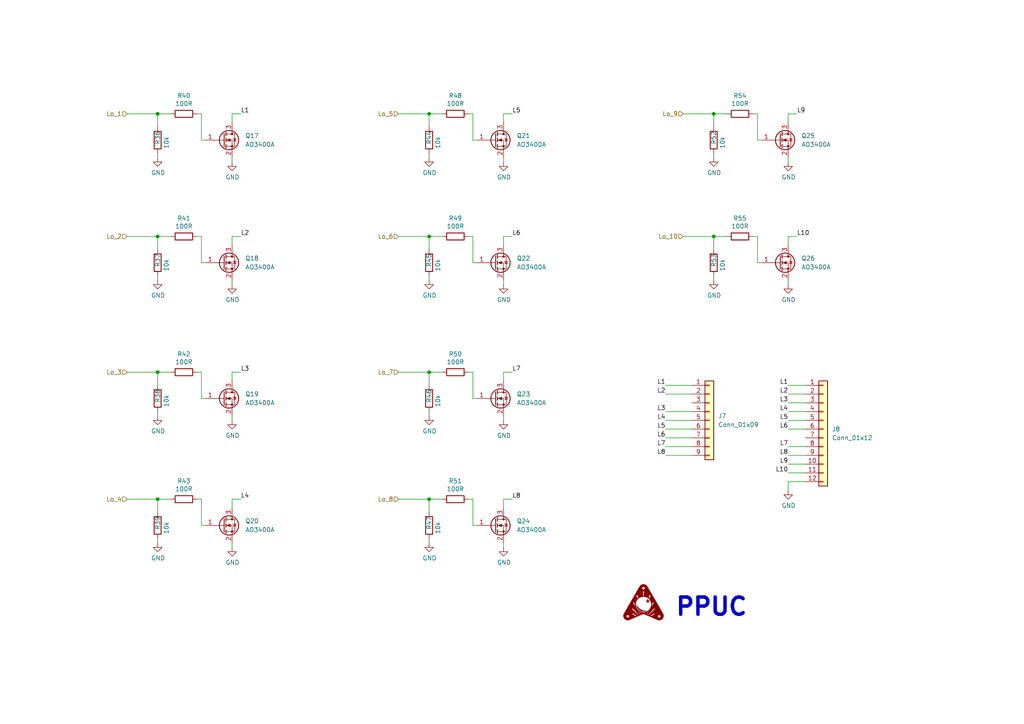
<source format=kicad_sch>
(kicad_sch (version 20211123) (generator eeschema)
  (paper "A4")
  (title_block (title "Low Side Switches") (date "2023-10-08") (rev "00.10"))
  (lib_symbols
    (symbol "Connector_Generic:Conn_01x09" (pin_names (offset 1.016) hide)
      (property "Reference" "J" (at 0 12.7 0))
      (property "Value" "Conn_01x09" (at 0 -12.7 0))
      (symbol "Conn_01x09_1_1"
        (rectangle (start -1.27 -10.033) (end 0 -10.287) (stroke (width 0.1524)))
        (rectangle (start -1.27 -7.493) (end 0 -7.747) (stroke (width 0.1524)))
        (rectangle (start -1.27 -4.953) (end 0 -5.207) (stroke (width 0.1524)))
        (rectangle (start -1.27 -2.413) (end 0 -2.667) (stroke (width 0.1524)))
        (rectangle (start -1.27 0.127) (end 0 -0.127) (stroke (width 0.1524)))
        (rectangle (start -1.27 2.667) (end 0 2.413) (stroke (width 0.1524)))
        (rectangle (start -1.27 5.207) (end 0 4.953) (stroke (width 0.1524)))
        (rectangle (start -1.27 7.747) (end 0 7.493) (stroke (width 0.1524)))
        (rectangle (start -1.27 10.287) (end 0 10.033) (stroke (width 0.1524)))
        (rectangle (start -1.27 11.43) (end 1.27 -11.43) (stroke (width 0.254)) (fill (type background)))
        (pin passive line (at -5.08 10.16 0) (length 3.81) (name "Pin_1") (number "1"))
        (pin passive line (at -5.08 7.62 0) (length 3.81) (name "Pin_2") (number "2"))
        (pin passive line (at -5.08 5.08 0) (length 3.81) (name "Pin_3") (number "3"))
        (pin passive line (at -5.08 2.54 0) (length 3.81) (name "Pin_4") (number "4"))
        (pin passive line (at -5.08 0 0) (length 3.81) (name "Pin_5") (number "5"))
        (pin passive line (at -5.08 -2.54 0) (length 3.81) (name "Pin_6") (number "6"))
        (pin passive line (at -5.08 -5.08 0) (length 3.81) (name "Pin_7") (number "7"))
        (pin passive line (at -5.08 -7.62 0) (length 3.81) (name "Pin_8") (number "8"))
        (pin passive line (at -5.08 -10.16 0) (length 3.81) (name "Pin_9") (number "9"))
      )
    )
    (symbol "Connector_Generic:Conn_01x12" (pin_names (offset 1.016) hide)
      (property "Reference" "J" (at 0 15.24 0))
      (property "Value" "Conn_01x12" (at 0 -17.78 0))
      (symbol "Conn_01x12_1_1"
        (rectangle (start -1.27 -15.113) (end 0 -15.367) (stroke (width 0.1524)))
        (rectangle (start -1.27 -12.573) (end 0 -12.827) (stroke (width 0.1524)))
        (rectangle (start -1.27 -10.033) (end 0 -10.287) (stroke (width 0.1524)))
        (rectangle (start -1.27 -7.493) (end 0 -7.747) (stroke (width 0.1524)))
        (rectangle (start -1.27 -4.953) (end 0 -5.207) (stroke (width 0.1524)))
        (rectangle (start -1.27 -2.413) (end 0 -2.667) (stroke (width 0.1524)))
        (rectangle (start -1.27 0.127) (end 0 -0.127) (stroke (width 0.1524)))
        (rectangle (start -1.27 2.667) (end 0 2.413) (stroke (width 0.1524)))
        (rectangle (start -1.27 5.207) (end 0 4.953) (stroke (width 0.1524)))
        (rectangle (start -1.27 7.747) (end 0 7.493) (stroke (width 0.1524)))
        (rectangle (start -1.27 10.287) (end 0 10.033) (stroke (width 0.1524)))
        (rectangle (start -1.27 12.827) (end 0 12.573) (stroke (width 0.1524)))
        (rectangle (start -1.27 13.97) (end 1.27 -16.51) (stroke (width 0.254)) (fill (type background)))
        (pin passive line (at -5.08 12.7 0) (length 3.81) (name "Pin_1") (number "1"))
        (pin passive line (at -5.08 -10.16 0) (length 3.81) (name "Pin_10") (number "10"))
        (pin passive line (at -5.08 -12.7 0) (length 3.81) (name "Pin_11") (number "11"))
        (pin passive line (at -5.08 -15.24 0) (length 3.81) (name "Pin_12") (number "12"))
        (pin passive line (at -5.08 10.16 0) (length 3.81) (name "Pin_2") (number "2"))
        (pin passive line (at -5.08 7.62 0) (length 3.81) (name "Pin_3") (number "3"))
        (pin passive line (at -5.08 5.08 0) (length 3.81) (name "Pin_4") (number "4"))
        (pin passive line (at -5.08 2.54 0) (length 3.81) (name "Pin_5") (number "5"))
        (pin passive line (at -5.08 0 0) (length 3.81) (name "Pin_6") (number "6"))
        (pin passive line (at -5.08 -2.54 0) (length 3.81) (name "Pin_7") (number "7"))
        (pin passive line (at -5.08 -5.08 0) (length 3.81) (name "Pin_8") (number "8"))
        (pin passive line (at -5.08 -7.62 0) (length 3.81) (name "Pin_9") (number "9"))
      )
    )
    (symbol "Device:R" (pin_numbers hide) (pin_names (offset 0))
      (property "Reference" "R" (at 2.032 0 90))
      (property "Value" "R" (at 0 0 90))
      (symbol "R_0_1"
        (rectangle (start -1.016 -2.54) (end 1.016 2.54) (stroke (width 0.254)))
      )
      (symbol "R_1_1"
        (pin passive line (at 0 3.81 270) (length 1.27) (name "~") (number "1"))
        (pin passive line (at 0 -3.81 90) (length 1.27) (name "~") (number "2"))
      )
    )
    (symbol "PPUC_LOGO_LIB:LOGO" (pin_names (offset 1.016))
      (symbol "LOGO_0_0"
        (polyline (pts (xy 1.3461 0.5723) (xy 1.401 0.7319) (xy 1.5604 0.9187) (xy 1.7415 1.0689) (xy 1.5906 1.0703) (xy 1.4626 1.0839) (xy 1.2757 1.1732) (xy 1.1226 1.3565) (xy 1.0185 1.5273) (xy 1.0183 1.3201) (xy 1.0052 1.1853) (xy 0.9467 1.0647) (xy 0.8201 0.9316) (xy 0.6221 0.7503) (xy 0.8008 0.7503) (xy 0.8737 0.7451) (xy 1.0075 0.6918) (xy 1.1462 0.5632) (xy 1.3128 0.3761) (xy 1.3461 0.5723)) (stroke (width 0.01)) (fill (type outline)))
        (polyline (pts (xy 0.1988 -2.0744) (xy 0.5626 -2.0132) (xy 0.8306 -1.9387) (xy 0.5626 -1.9329) (xy 0.4034 -1.9255) (xy -0.1437 -1.8346) (xy -0.6511 -1.6461) (xy -1.1124 -1.3635) (xy -1.5212 -0.9906) (xy -1.8709 -0.5311) (xy -1.984 -0.3573) (xy -2.0545 -0.2659) (xy -2.0804 -0.2689) (xy -2.0663 -0.3675) (xy -2.0172 -0.5626) (xy -1.9531 -0.7694) (xy -1.7523 -1.1905) (xy -1.478 -1.5343) (xy -1.1315 -1.7993) (xy -0.7139 -1.9844) (xy -0.5869 -2.0195) (xy -0.2016 -2.0761) (xy 0.1988 -2.0744)) (stroke (width 0.01)) (fill (type outline)))
        (polyline (pts (xy -4.5517 -4.6263) (xy -4.4448 -4.6087) (xy -4.3144 -4.5748) (xy -4.1524 -4.5216) (xy -3.9504 -4.4461) (xy -3.7002 -4.3452) (xy -3.3934 -4.216) (xy -3.0218 -4.0554) (xy -2.5771 -3.8605) (xy -2.0509 -3.6282) (xy -1.435 -3.3556) (xy -1.2826 -3.2884) (xy -0.8872 -3.1181) (xy -0.5757 -2.9915) (xy -0.3394 -2.9052) (xy -0.1694 -2.8558) (xy -0.0568 -2.84) (xy -0.0245 -2.8416) (xy 0.131 -2.8733) (xy 0.3579 -2.9476) (xy 0.3988 -2.9636) (xy 0.839 -2.9636) (xy 0.8472 -2.8886) (xy 0.9027 -2.7535) (xy 0.9916 -2.5822) (xy 1.0998 -2.3987) (xy 1.2134 -2.2268) (xy 1.3183 -2.0905) (xy 1.4005 -2.0137) (xy 1.4168 -2.0042) (xy 1.5142 -1.9565) (xy 1.554 -1.9532) (xy 1.5352 -1.9949) (xy 1.471 -2.1124) (xy 1.372 -2.2847) (xy 1.2494 -2.4921) (xy 1.1911 -2.5891) (xy 1.067 -2.7902) (xy 0.9809 -2.9159) (xy 0.922 -2.9787) (xy 0.8793 -2.9916) (xy 0.8417 -2.9673) (xy 0.839 -2.9636) (xy 0.3988 -2.9636) (xy 0.6639 -3.0673) (xy 0.7882 -3.1204) (xy 1.3552 -3.1204) (xy 1.3684 -3.0819) (xy 1.4092 -3.0182) (xy 1.4848 -2.9199) (xy 1.6022 -2.7776) (xy 1.7681 -2.5821) (xy 1.9898 -2.3238) (xy 2.2741 -1.9934) (xy 2.3543 -1.9006) (xy 2.5716 -1.6532) (xy 2.7639 -1.4401) (xy 2.9202 -1.2731) (xy 3.0295 -1.1642) (xy 3.0806 -1.1253) (xy 3.1358 -1.1406) (xy 3.2268 -1.2163) (xy 3.2683 -1.3101) (xy 3.2514 -1.3383) (xy 3.1703 -1.4365) (xy 3.0314 -1.5923) (xy 2.845 -1.7944) (xy 2.6213 -2.0315) (xy 2.3707 -2.2924) (xy 2.351 -2.3128) (xy 2.0542 -2.6162) (xy 1.8219 -2.8468) (xy 1.6473 -3.011) (xy 1.5231 -3.1152) (xy 1.4426 -3.1656) (xy 1.3986 -3.1685) (xy 1.3841 -3.1593) (xy 1.3628 -3.1431) (xy 1.3552 -3.1204) (xy 0.7882 -3.1204) (xy 1.0567 -3.2351) (xy 1.0705 -3.2411) (xy 1.3795 -3.3769) (xy 1.9566 -3.3769) (xy 1.9884 -3.3276) (xy 2.094 -3.2343) (xy 2.2572 -3.1101) (xy 2.4618 -2.9683) (xy 2.6777 -2.8269) (xy 2.8466 -2.7247) (xy 2.9592 -2.6709) (xy 3.0317 -2.658) (xy 3.0801 -2.6784) (xy 3.1461 -2.75) (xy 3.1608 -2.8368) (xy 3.096 -2.9317) (xy 2.9448 -3.0443) (xy 2.7 -3.184) (xy 2.4032 -3.33) (xy 2.1841 -3.41) (xy 2.1049 -3.4183) (xy 4.0884 -3.4183) (xy 4.1623 -3.2625) (xy 4.3036 -3.1508) (xy 4.5012 -3.108) (xy 4.5793 -3.1144) (xy 4.7536 -3.1871) (xy 4.8688 -3.3198) (xy 4.9151 -3.4866) (xy 4.8831 -3.6614) (xy 4.7631 -3.818) (xy 4.7494 -3.8288) (xy 4.5699 -3.9046) (xy 4.377 -3.8877) (xy 4.2041 -3.7802) (xy 4.187 -3.7622) (xy 4.093 -3.5932) (xy 4.0884 -3.4183) (xy 2.1049 -3.4183) (xy 2.0372 -3.4254) (xy 1.9569 -3.3776) (xy 1.9566 -3.3769) (xy 1.3795 -3.3769) (xy 1.4118 -3.3911) (xy 1.8166 -3.5689) (xy 2.2518 -3.7602) (xy 2.6843 -3.9502) (xy 3.0812 -4.1246) (xy 3.4438 -4.2828) (xy 3.7384 -4.4075) (xy 3.9656 -4.4978) (xy 4.1405 -4.5588) (xy 4.2783 -4.5958) (xy 4.3943 -4.6142) (xy 4.5035 -4.6191) (xy 4.5541 -4.6183) (xy 4.9176 -4.5572) (xy 5.2324 -4.407) (xy 5.4866 -4.1778) (xy 5.6688 -3.8797) (xy 5.767 -3.5229) (xy 5.7717 -3.4883) (xy 5.7812 -3.4013) (xy 5.7831 -3.317) (xy 5.7737 -3.2275) (xy 5.7489 -3.1248) (xy 5.7051 -3.001) (xy 5.6384 -2.848) (xy 5.5448 -2.658) (xy 5.4206 -2.4231) (xy 5.2619 -2.1351) (xy 5.0648 -1.7863) (xy 4.8256 -1.3685) (xy 4.5403 -0.874) (xy 4.2052 -0.2947) (xy 3.8596 0.3026) (xy 3.2999 1.2707) (xy 2.6957 2.3167) (xy 2.0442 3.4454) (xy 1.3424 4.6621) (xy 1.3358 4.6735) (xy 1.1639 4.9694) (xy 1.0314 5.1879) (xy 0.9254 5.3445) (xy 0.8331 5.4546) (xy 0.7415 5.5337) (xy 0.6378 5.5972) (xy 0.509 5.6605) (xy 0.4416 5.69) (xy 0.084 5.7811) (xy -0.2769 5.7684) (xy -0.6253 5.6522) (xy -0.7345 5.5939) (xy -0.885 5.5) (xy -0.9779 5.4245) (xy -0.9942 5.4027) (xy -1.0647 5.2936) (xy -1.1755 5.1127) (xy -1.3175 4.8747) (xy -1.4638 4.6255) (xy -0.4632 4.6255) (xy -0.4306 4.8182) (xy -0.3984 4.8816) (xy -0.2632 5.0164) (xy -0.0889 5.0695) (xy 0.0977 5.0371) (xy 0.2697 4.9157) (xy 0.3554 4.7754) (xy 0.3676 4.5978) (xy 0.2886 4.4299) (xy 0.1241 4.2957) (xy 0.0455 4.2633) (xy -0.1365 4.2539) (xy -0.2956 4.324) (xy -0.4114 4.4543) (xy -0.4632 4.6255) (xy -1.4638 4.6255) (xy -1.4819 4.5946) (xy -1.66 4.287) (xy -1.7166 4.1885) (xy -1.9049 3.8615) (xy -2.0851 3.5488) (xy -2.1688 3.404) (xy -0.2283 3.404) (xy -0.2262 3.5927) (xy -0.2144 3.7126) (xy -0.1911 3.7823) (xy -0.1547 3.82) (xy -0.0974 3.8437) (xy 0.0195 3.8417) (xy 0.061 3.8097) (xy 0.0892 3.7328) (xy 0.1031 3.5914) (xy 0.1067 3.3643) (xy 0.1066 3.3405) (xy 0.1012 3.0848) (xy 0.089 2.834) (xy 0.0724 2.6392) (xy 0.0716 2.6321) (xy 0.043 2.4646) (xy 0.0034 2.3807) (xy -0.0579 2.3578) (xy -0.1111 2.3636) (xy -0.1783 2.398) (xy -0.1789 2.3992) (xy -0.1896 2.4712) (xy -0.2012 2.627) (xy -0.2123 2.8444) (xy -0.2216 3.1014) (xy -0.2224 3.1282) (xy -0.2283 3.404) (xy -2.1688 3.404) (xy -2.2461 3.2702) (xy -2.3763 3.0453) (xy -2.4646 2.8937) (xy -2.5328 2.7766) (xy -2.6595 2.5584) (xy -2.6793 2.5242) (xy -2.1341 2.5242) (xy -2.1155 2.5845) (xy -2.0247 2.675) (xy -1.8982 2.6952) (xy -1.7757 2.633) (xy -1.7537 2.6068) (xy -1.6879 2.4618) (xy -1.6458 2.267) (xy -1.6309 2.0599) (xy -1.6466 1.8782) (xy -1.6962 1.7594) (xy -1.7615 1.6966) (xy -1.8218 1.6612) (xy -1.8419 1.6763) (xy -1.8946 1.7681) (xy -1.9597 1.9182) (xy -2.0266 2.0977) (xy -2.0849 2.2778) (xy -2.1243 2.4296) (xy -2.1341 2.5242) (xy -2.6793 2.5242) (xy -2.8158 2.2886) (xy -2.9879 1.9906) (xy -3.1625 1.688) (xy -3.2951 1.458) (xy -3.469 1.1568) (xy -3.63 0.8782) (xy -3.7647 0.6455) (xy -3.8595 0.4823) (xy -3.8914 0.4274) (xy -3.0678 0.4274) (xy -3.0484 0.5433) (xy -2.9776 0.6215) (xy -2.8768 0.6275) (xy -2.7998 0.5648) (xy -2.7033 0.4155) (xy -2.6127 0.2108) (xy -2.5894 0.1365) (xy -2.3239 0.1365) (xy -2.2472 0.5701) (xy -2.0885 0.9814) (xy -1.8498 1.3566) (xy -1.5332 1.6819) (xy -1.1407 1.9435) (xy -0.9119 2.0507) (xy -0.4377 2.1933) (xy 0.0354 2.2296) (xy 0.504 2.1594) (xy 0.8654 2.0208) (xy 1.5087 2.0208) (xy 1.525 2.2218) (xy 1.567 2.4548) (xy 1.6445 2.6272) (xy 1.7518 2.7009) (xy 1.8868 2.6733) (xy 1.9403 2.6399) (xy 1.9991 2.568) (xy 2.0109 2.4625) (xy 1.976 2.3022) (xy 1.8947 2.0662) (xy 1.8728 2.0084) (xy 1.8012 1.8315) (xy 1.7436 1.7078) (xy 1.7109 1.6612) (xy 1.6648 1.6879) (xy 1.5826 1.7664) (xy 1.55 1.8078) (xy 1.5157 1.8934) (xy 1.5087 2.0208) (xy 0.8654 2.0208) (xy 0.9647 1.9827) (xy 1.1079 1.903) (xy 1.4698 1.6273) (xy 1.772 1.2848) (xy 2.0056 0.8931) (xy 2.1613 0.4697) (xy 2.2302 0.0322) (xy 2.203 -0.4019) (xy 2.1714 -0.5408) (xy 2.1461 -0.6155) (xy 2.3578 -0.6155) (xy 2.3583 -0.2943) (xy 2.3682 -0.0984) (xy 2.4156 0.0962) (xy 2.5179 0.3043) (xy 2.5922 0.4276) (xy 2.6782 0.5541) (xy 2.7341 0.617) (xy 2.7414 0.6209) (xy 2.8273 0.6122) (xy 2.9101 0.5431) (xy 2.9472 0.4477) (xy 2.9318 0.398) (xy 2.8706 0.2689) (xy 2.7736 0.0883) (xy 2.6525 -0.1215) (xy 2.3578 -0.6155) (xy 2.1461 -0.6155) (xy 2.064 -0.8575) (xy 1.9161 -1.1751) (xy 1.7457 -1.4578) (xy 1.5706 -1.6698) (xy 1.3652 -1.8396) (xy 1.0298 -2.0466) (xy 0.6676 -2.2076) (xy 0.3215 -2.3008) (xy 0.1712 -2.3246) (xy 0.0123 -2.3442) (xy -0.1182 -2.3464) (xy -0.2648 -2.331) (xy -0.4724 -2.2979) (xy -0.4834 -2.296) (xy -0.9009 -2.1729) (xy -1.3021 -1.9569) (xy -1.6617 -1.6616) (xy -1.7713 -1.5443) (xy -2.0424 -1.1598) (xy -2.2235 -0.7423) (xy -2.3167 -0.3056) (xy -2.3239 0.1365) (xy -2.5894 0.1365) (xy -2.5398 -0.0217) (xy -2.4965 -0.2545) (xy -2.4816 -0.4145) (xy -2.4756 -0.541) (xy -2.4815 -0.5894) (xy -2.5017 -0.5657) (xy -2.5654 -0.4691) (xy -2.6582 -0.3191) (xy -2.7664 -0.1389) (xy -2.8762 0.0488) (xy -2.974 0.2208) (xy -3.046 0.3543) (xy -3.0678 0.4274) (xy -3.8914 0.4274) (xy -4.074 0.1136) (xy -4.3251 -0.3193) (xy -4.5746 -0.7508) (xy -4.8159 -1.1694) (xy -4.8786 -1.2784) (xy -3.3671 -1.2784) (xy -3.3327 -1.1892) (xy -3.2323 -1.1521) (xy -3.1966 -1.1624) (xy -3.1101 -1.2232) (xy -2.9813 -1.3438) (xy -2.8042 -1.5303) (xy -2.5728 -1.7888) (xy -2.4208 -1.9643) (xy -1.6612 -1.9643) (xy -1.6594 -1.9591) (xy -1.608 -1.97) (xy -1.508 -2.0309) (xy -1.4986 -2.0381) (xy -1.4073 -2.1382) (xy -1.294 -2.297) (xy -1.1757 -2.4857) (xy -1.1695 -2.4968) (xy -0.7356 -2.4968) (xy -0.7314 -2.4282) (xy -0.7254 -2.4236) (xy -0.6547 -2.4286) (xy -0.5743 -2.4801) (xy -0.5359 -2.5467) (xy -0.5327 -2.5851) (xy -0.5292 -2.5989) (xy -0.1072 -2.5989) (xy -0.1012 -2.5619) (xy -0.0536 -2.5185) (xy -0.029 -2.5276) (xy 0 -2.5989) (xy -0.0061 -2.6359) (xy -0.0536 -2.6793) (xy -0.0783 -2.6702) (xy -0.1072 -2.5989) (xy -0.5292 -2.5989) (xy -0.5081 -2.6831) (xy 0.3751 -2.6831) (xy 0.3938 -2.606) (xy 0.4512 -2.5082) (xy 0.5205 -2.4385) (xy 0.5741 -2.4318) (xy 0.5748 -2.4325) (xy 0.5814 -2.4999) (xy 0.5635 -2.6219) (xy 0.5251 -2.7192) (xy 0.4602 -2.7803) (xy 0.4009 -2.7713) (xy 0.3751 -2.6831) (xy -0.5081 -2.6831) (xy -0.5034 -2.7017) (xy -0.4959 -2.7525) (xy -0.5517 -2.7865) (xy -0.5685 -2.7818) (xy -0.6326 -2.7165) (xy -0.6955 -2.6073) (xy -0.7356 -2.4968) (xy -1.1695 -2.4968) (xy -1.0699 -2.6753) (xy -0.9938 -2.8369) (xy -0.9646 -2.9417) (xy -0.969 -2.9815) (xy -1.0057 -2.9971) (xy -1.0815 -2.9245) (xy -1.199 -2.761) (xy -1.3606 -2.5038) (xy -1.4599 -2.3373) (xy -1.5641 -2.1562) (xy -1.635 -2.025) (xy -1.6612 -1.9643) (xy -2.4208 -1.9643) (xy -2.2811 -2.1255) (xy -2.1217 -2.3119) (xy -1.9044 -2.5679) (xy -1.7186 -2.7886) (xy -1.574 -2.9626) (xy -1.4803 -3.0784) (xy -1.4469 -3.1245) (xy -1.454 -3.1382) (xy -1.52 -3.1781) (xy -1.5278 -3.1783) (xy -1.6047 -3.1327) (xy -1.7462 -3.0164) (xy -1.9453 -2.8356) (xy -2.1952 -2.5966) (xy -2.489 -2.3054) (xy -2.6581 -2.1348) (xy -2.9131 -1.8736) (xy -3.1029 -1.672) (xy -3.2353 -1.521) (xy -3.3182 -1.4112) (xy -3.3595 -1.3334) (xy -3.3671 -1.2784) (xy -4.8786 -1.2784) (xy -5.0426 -1.5637) (xy -5.2481 -1.9224) (xy -5.4258 -2.2341) (xy -5.5692 -2.4873) (xy -5.6719 -2.6707) (xy -5.7271 -2.7729) (xy -5.7627 -2.8709) (xy -3.2801 -2.8709) (xy -3.2782 -2.7698) (xy -3.2311 -2.6705) (xy -3.1611 -2.6257) (xy -3.1607 -2.6257) (xy -3.0971 -2.6543) (xy -2.9637 -2.7303) (xy -2.7798 -2.8423) (xy -2.5647 -2.9788) (xy -2.4856 -3.0303) (xy -2.2723 -3.1753) (xy -2.1417 -3.2771) (xy -2.0852 -3.3429) (xy -2.0946 -3.3799) (xy -2.1486 -3.4044) (xy -2.2775 -3.4271) (xy -2.3431 -3.4116) (xy -2.4883 -3.3518) (xy -2.6743 -3.2611) (xy -2.8733 -3.1545) (xy -3.0577 -3.0469) (xy -3.1998 -2.9533) (xy -3.2718 -2.8888) (xy -3.2801 -2.8709) (xy -5.7627 -2.8709) (xy -5.8531 -3.1193) (xy -5.8778 -3.4709) (xy -5.8635 -3.5309) (xy -5.022 -3.5309) (xy -5.0037 -3.3668) (xy -4.9098 -3.2345) (xy -4.7661 -3.1451) (xy -4.5983 -3.1099) (xy -4.432 -3.1399) (xy -4.293 -3.2464) (xy -4.1967 -3.4285) (xy -4.2009 -3.61) (xy -4.3113 -3.7802) (xy -4.4173 -3.8602) (xy -4.5991 -3.9092) (xy -4.7763 -3.8703) (xy -4.9237 -3.7513) (xy -5.016 -3.5602) (xy -5.022 -3.5309) (xy -5.8635 -3.5309) (xy -5.7969 -3.8115) (xy -5.611 -4.1347) (xy -5.4411 -4.3242) (xy -5.1815 -4.5027) (xy -4.8682 -4.6016) (xy -4.8152 -4.6112) (xy -4.7286 -4.6245) (xy -4.6436 -4.6306) (xy -4.5517 -4.6263)) (stroke (width 0.01)) (fill (type outline)))
      )
    )
    (symbol "Transistor_FET:AO3400A" (pin_names hide)
      (property "Reference" "Q" (at 5.08 1.905 0))
      (property "Value" "AO3400A" (at 5.08 0 0))
      (symbol "AO3400A_0_1"
        (polyline (pts (xy 0.254 0) (xy -2.54 0)))
        (polyline (pts (xy 0.254 1.905) (xy 0.254 -1.905)) (stroke (width 0.254)))
        (polyline (pts (xy 0.762 -1.27) (xy 0.762 -2.286)) (stroke (width 0.254)))
        (polyline (pts (xy 0.762 0.508) (xy 0.762 -0.508)) (stroke (width 0.254)))
        (polyline (pts (xy 0.762 2.286) (xy 0.762 1.27)) (stroke (width 0.254)))
        (polyline (pts (xy 2.54 2.54) (xy 2.54 1.778)))
        (polyline (pts (xy 2.54 -2.54) (xy 2.54 0) (xy 0.762 0)))
        (polyline (pts (xy 0.762 -1.778) (xy 3.302 -1.778) (xy 3.302 1.778) (xy 0.762 1.778)))
        (polyline (pts (xy 1.016 0) (xy 2.032 0.381) (xy 2.032 -0.381) (xy 1.016 0)) (fill (type outline)))
        (polyline (pts (xy 2.794 0.508) (xy 2.921 0.381) (xy 3.683 0.381) (xy 3.81 0.254)))
        (polyline (pts (xy 3.302 0.381) (xy 2.921 -0.254) (xy 3.683 -0.254) (xy 3.302 0.381)))
        (circle (center 1.651 0) (radius 2.794) (stroke (width 0.254)))
        (circle (center 2.54 -1.778) (radius 0.254) (fill (type outline)))
        (circle (center 2.54 1.778) (radius 0.254) (fill (type outline)))
      )
      (symbol "AO3400A_1_1"
        (pin input line (at -5.08 0 0) (length 2.54) (name "G") (number "1"))
        (pin passive line (at 2.54 -5.08 90) (length 2.54) (name "S") (number "2"))
        (pin passive line (at 2.54 5.08 270) (length 2.54) (name "D") (number "3"))
      )
    )
    (symbol "power:GND" (power) (pin_names (offset 0))
      (property "Value" "GND" (at 0 -3.81 0))
      (symbol "GND_0_1"
        (polyline (pts (xy 0 0) (xy 0 -1.27) (xy 1.27 -1.27) (xy 0 -2.54) (xy -1.27 -1.27) (xy 0 -1.27)))
      )
      (symbol "GND_1_1"
        (pin power_in line (at 0 0 270) (length 0) hide (name "GND") (number "1"))
      )
    )
  )
  (junction (at 45.72 68.58))
  (junction (at 124.46 144.78))
  (junction (at 124.46 107.95))
  (junction (at 124.46 68.58))
  (junction (at 45.72 144.78))
  (junction (at 124.46 33.02))
  (junction (at 207.01 68.58))
  (junction (at 207.01 33.02))
  (junction (at 45.72 33.02))
  (junction (at 45.72 107.95))
  (wire (pts (xy 193.04 132.08) (xy 200.66 132.08)))
  (wire (pts (xy 193.04 121.92) (xy 200.66 121.92)))
  (wire (pts (xy 207.01 72.39) (xy 207.01 68.58)))
  (wire (pts (xy 124.46 68.58) (xy 115.57 68.58)))
  (wire (pts (xy 228.6 81.28) (xy 228.6 82.55)))
  (wire (pts (xy 146.05 68.58) (xy 148.59 68.58)))
  (wire (pts (xy 67.31 120.65) (xy 67.31 121.92)))
  (wire (pts (xy 207.01 36.83) (xy 207.01 33.02)))
  (wire (pts (xy 59.69 76.2) (xy 58.42 76.2)))
  (wire (pts (xy 124.46 81.28) (xy 124.46 80.01)))
  (wire (pts (xy 228.6 132.08) (xy 233.68 132.08)))
  (wire (pts (xy 138.43 76.2) (xy 137.16 76.2)))
  (wire (pts (xy 228.6 114.3) (xy 233.68 114.3)))
  (wire (pts (xy 228.6 111.76) (xy 233.68 111.76)))
  (wire (pts (xy 228.6 33.02) (xy 231.14 33.02)))
  (wire (pts (xy 57.15 68.58) (xy 58.42 68.58)))
  (wire (pts (xy 58.42 40.64) (xy 58.42 33.02)))
  (wire (pts (xy 67.31 81.28) (xy 67.31 82.55)))
  (wire (pts (xy 207.01 81.28) (xy 207.01 80.01)))
  (wire (pts (xy 124.46 45.72) (xy 124.46 44.45)))
  (wire (pts (xy 124.46 144.78) (xy 115.57 144.78)))
  (wire (pts (xy 137.16 76.2) (xy 137.16 68.58)))
  (wire (pts (xy 218.44 68.58) (xy 219.71 68.58)))
  (wire (pts (xy 67.31 157.48) (xy 67.31 158.75)))
  (wire (pts (xy 57.15 107.95) (xy 58.42 107.95)))
  (wire (pts (xy 124.46 120.65) (xy 124.46 119.38)))
  (wire (pts (xy 146.05 120.65) (xy 146.05 121.92)))
  (wire (pts (xy 49.53 107.95) (xy 45.72 107.95)))
  (wire (pts (xy 57.15 33.02) (xy 58.42 33.02)))
  (wire (pts (xy 146.05 33.02) (xy 148.59 33.02)))
  (wire (pts (xy 45.72 68.58) (xy 36.83 68.58)))
  (wire (pts (xy 45.72 36.83) (xy 45.72 33.02)))
  (wire (pts (xy 135.89 33.02) (xy 137.16 33.02)))
  (wire (pts (xy 67.31 33.02) (xy 69.85 33.02)))
  (wire (pts (xy 220.98 76.2) (xy 219.71 76.2)))
  (wire (pts (xy 228.6 137.16) (xy 233.68 137.16)))
  (wire (pts (xy 193.04 119.38) (xy 200.66 119.38)))
  (wire (pts (xy 233.68 139.7) (xy 228.6 139.7)))
  (wire (pts (xy 124.46 107.95) (xy 115.57 107.95)))
  (wire (pts (xy 137.16 115.57) (xy 137.16 107.95)))
  (wire (pts (xy 49.53 68.58) (xy 45.72 68.58)))
  (wire (pts (xy 137.16 40.64) (xy 137.16 33.02)))
  (wire (pts (xy 228.6 119.38) (xy 233.68 119.38)))
  (wire (pts (xy 45.72 148.59) (xy 45.72 144.78)))
  (wire (pts (xy 146.05 45.72) (xy 146.05 46.99)))
  (wire (pts (xy 219.71 40.64) (xy 219.71 33.02)))
  (wire (pts (xy 218.44 33.02) (xy 219.71 33.02)))
  (wire (pts (xy 57.15 144.78) (xy 58.42 144.78)))
  (wire (pts (xy 67.31 35.56) (xy 67.31 33.02)))
  (wire (pts (xy 228.6 139.7) (xy 228.6 142.24)))
  (wire (pts (xy 207.01 68.58) (xy 198.12 68.58)))
  (wire (pts (xy 228.6 35.56) (xy 228.6 33.02)))
  (wire (pts (xy 128.27 33.02) (xy 124.46 33.02)))
  (wire (pts (xy 45.72 144.78) (xy 36.83 144.78)))
  (wire (pts (xy 124.46 148.59) (xy 124.46 144.78)))
  (wire (pts (xy 124.46 157.48) (xy 124.46 156.21)))
  (wire (pts (xy 59.69 40.64) (xy 58.42 40.64)))
  (wire (pts (xy 146.05 144.78) (xy 148.59 144.78)))
  (wire (pts (xy 58.42 115.57) (xy 58.42 107.95)))
  (wire (pts (xy 45.72 81.28) (xy 45.72 80.01)))
  (wire (pts (xy 193.04 114.3) (xy 200.66 114.3)))
  (wire (pts (xy 146.05 71.12) (xy 146.05 68.58)))
  (wire (pts (xy 228.6 124.46) (xy 233.68 124.46)))
  (wire (pts (xy 228.6 71.12) (xy 228.6 68.58)))
  (wire (pts (xy 138.43 115.57) (xy 137.16 115.57)))
  (wire (pts (xy 146.05 147.32) (xy 146.05 144.78)))
  (wire (pts (xy 67.31 147.32) (xy 67.31 144.78)))
  (wire (pts (xy 45.72 157.48) (xy 45.72 156.21)))
  (wire (pts (xy 135.89 107.95) (xy 137.16 107.95)))
  (wire (pts (xy 45.72 72.39) (xy 45.72 68.58)))
  (wire (pts (xy 138.43 152.4) (xy 137.16 152.4)))
  (wire (pts (xy 220.98 40.64) (xy 219.71 40.64)))
  (wire (pts (xy 128.27 68.58) (xy 124.46 68.58)))
  (wire (pts (xy 193.04 127) (xy 200.66 127)))
  (wire (pts (xy 228.6 134.62) (xy 233.68 134.62)))
  (wire (pts (xy 45.72 111.76) (xy 45.72 107.95)))
  (wire (pts (xy 67.31 107.95) (xy 69.85 107.95)))
  (wire (pts (xy 45.72 33.02) (xy 36.83 33.02)))
  (wire (pts (xy 45.72 45.72) (xy 45.72 44.45)))
  (wire (pts (xy 58.42 152.4) (xy 58.42 144.78)))
  (wire (pts (xy 58.42 76.2) (xy 58.42 68.58)))
  (wire (pts (xy 124.46 36.83) (xy 124.46 33.02)))
  (wire (pts (xy 146.05 81.28) (xy 146.05 82.55)))
  (wire (pts (xy 67.31 71.12) (xy 67.31 68.58)))
  (wire (pts (xy 45.72 120.65) (xy 45.72 119.38)))
  (wire (pts (xy 228.6 68.58) (xy 231.14 68.58)))
  (wire (pts (xy 124.46 33.02) (xy 115.57 33.02)))
  (wire (pts (xy 67.31 144.78) (xy 69.85 144.78)))
  (wire (pts (xy 67.31 45.72) (xy 67.31 46.99)))
  (wire (pts (xy 128.27 107.95) (xy 124.46 107.95)))
  (wire (pts (xy 128.27 144.78) (xy 124.46 144.78)))
  (wire (pts (xy 207.01 33.02) (xy 198.12 33.02)))
  (wire (pts (xy 135.89 68.58) (xy 137.16 68.58)))
  (wire (pts (xy 210.82 33.02) (xy 207.01 33.02)))
  (wire (pts (xy 135.89 144.78) (xy 137.16 144.78)))
  (wire (pts (xy 67.31 110.49) (xy 67.31 107.95)))
  (wire (pts (xy 207.01 45.72) (xy 207.01 44.45)))
  (wire (pts (xy 228.6 129.54) (xy 233.68 129.54)))
  (wire (pts (xy 138.43 40.64) (xy 137.16 40.64)))
  (wire (pts (xy 124.46 111.76) (xy 124.46 107.95)))
  (wire (pts (xy 146.05 157.48) (xy 146.05 158.75)))
  (wire (pts (xy 146.05 110.49) (xy 146.05 107.95)))
  (wire (pts (xy 219.71 76.2) (xy 219.71 68.58)))
  (wire (pts (xy 67.31 68.58) (xy 69.85 68.58)))
  (wire (pts (xy 193.04 111.76) (xy 200.66 111.76)))
  (wire (pts (xy 49.53 144.78) (xy 45.72 144.78)))
  (wire (pts (xy 59.69 152.4) (xy 58.42 152.4)))
  (wire (pts (xy 193.04 124.46) (xy 200.66 124.46)))
  (wire (pts (xy 124.46 72.39) (xy 124.46 68.58)))
  (wire (pts (xy 210.82 68.58) (xy 207.01 68.58)))
  (wire (pts (xy 49.53 33.02) (xy 45.72 33.02)))
  (wire (pts (xy 146.05 35.56) (xy 146.05 33.02)))
  (wire (pts (xy 228.6 121.92) (xy 233.68 121.92)))
  (wire (pts (xy 59.69 115.57) (xy 58.42 115.57)))
  (wire (pts (xy 146.05 107.95) (xy 148.59 107.95)))
  (wire (pts (xy 193.04 129.54) (xy 200.66 129.54)))
  (wire (pts (xy 228.6 116.84) (xy 233.68 116.84)))
  (wire (pts (xy 45.72 107.95) (xy 36.83 107.95)))
  (wire (pts (xy 137.16 152.4) (xy 137.16 144.78)))
  (wire (pts (xy 228.6 45.72) (xy 228.6 46.99)))
  (text "PPUC" (at 195.58 179.07 0) (effects (font (size 5 5) bold) (justify left bottom)))
  (label "L2" (at 228.6 114.3 180))
  (label "L5" (at 193.04 124.46 180))
  (label "L1" (at 228.6 111.76 180))
  (label "L3" (at 228.6 116.84 180))
  (label "L6" (at 193.04 127 180))
  (label "L4" (at 69.85 144.78 0))
  (label "L8" (at 193.04 132.08 180))
  (label "L7" (at 148.59 107.95 0))
  (label "L4" (at 228.6 119.38 180))
  (label "L10" (at 231.14 68.58 0))
  (label "L8" (at 148.59 144.78 0))
  (label "L8" (at 228.6 132.08 180))
  (label "L6" (at 148.59 68.58 0))
  (label "L6" (at 228.6 124.46 180))
  (label "L9" (at 228.6 134.62 180))
  (label "L3" (at 193.04 119.38 180))
  (label "L2" (at 193.04 114.3 180))
  (label "L10" (at 228.6 137.16 180))
  (label "L2" (at 69.85 68.58 0))
  (label "L7" (at 228.6 129.54 180))
  (label "L1" (at 69.85 33.02 0))
  (label "L7" (at 193.04 129.54 180))
  (label "L3" (at 69.85 107.95 0))
  (label "L5" (at 228.6 121.92 180))
  (label "L1" (at 193.04 111.76 180))
  (label "L9" (at 231.14 33.02 0))
  (label "L5" (at 148.59 33.02 0))
  (label "L4" (at 193.04 121.92 180))
  (hierarchical_label "Lo_7" (shape input) (at 115.57 107.95 180))
  (hierarchical_label "Lo_5" (shape input) (at 115.57 33.02 180))
  (hierarchical_label "Lo_8" (shape input) (at 115.57 144.78 180))
  (hierarchical_label "Lo_6" (shape input) (at 115.57 68.58 180))
  (hierarchical_label "Lo_10" (shape input) (at 198.12 68.58 180))
  (hierarchical_label "Lo_3" (shape input) (at 36.83 107.95 180))
  (hierarchical_label "Lo_9" (shape input) (at 198.12 33.02 180))
  (hierarchical_label "Lo_4" (shape input) (at 36.83 144.78 180))
  (hierarchical_label "Lo_1" (shape input) (at 36.83 33.02 180))
  (hierarchical_label "Lo_2" (shape input) (at 36.83 68.58 180))
  (symbol (lib_id "Device:R") (at 53.34 68.58 90) (mirror x) (unit 1)
    (property "Reference" "R41" (at 53.34 63.3222 90))
    (property "Value" "100R" (at 53.34 65.6336 90))
    (property "Footprint" "Resistor_SMD:R_0603_1608Metric" (effects hide))
  )
  (symbol (lib_id "Transistor_FET:AO3400A") (at 143.51 115.57 0) (unit 1)
    (property "Reference" "Q23" (at 149.86 114.2999 0) (effects (justify left)))
    (property "Value" "AO3400A" (at 149.86 116.8399 0) (effects (justify left)))
    (property "Footprint" "Package_TO_SOT_SMD:SOT-23" (effects hide))
    (property "Datasheet" "http://www.aosmd.com/pdfs/datasheet/AO3400A.pdf" (effects hide))
  )
  (symbol (lib_id "power:GND") (at 67.31 121.92 0) (unit 1)
    (property "Reference" "#PWR0184" (effects hide))
    (property "Value" "GND" (at 67.437 126.3142 0))
  )
  (symbol (lib_id "Transistor_FET:AO3400A") (at 226.06 40.64 0) (unit 1)
    (property "Reference" "Q25" (at 232.41 39.3699 0) (effects (justify left)))
    (property "Value" "AO3400A" (at 232.41 41.9099 0) (effects (justify left)))
    (property "Footprint" "Package_TO_SOT_SMD:SOT-23" (effects hide))
    (property "Datasheet" "http://www.aosmd.com/pdfs/datasheet/AO3400A.pdf" (effects hide))
  )
  (symbol (lib_id "Connector_Generic:Conn_01x12") (at 238.76 124.46 0) (unit 1)
    (property "Reference" "J8" (at 241.3 124.4599 0) (effects (justify left)))
    (property "Value" "Conn_01x12" (at 241.3 126.9999 0) (effects (justify left)))
    (property "Footprint" "Connector_Molex:Molex_KK-396_5273-10A_1x10_P3.96mm_Vertical" (effects hide))
  )
  (symbol (lib_id "Device:R") (at 132.08 107.95 90) (mirror x) (unit 1)
    (property "Reference" "R50" (at 132.08 102.6922 90))
    (property "Value" "100R" (at 132.08 105.0036 90))
    (property "Footprint" "Resistor_SMD:R_0603_1608Metric" (effects hide))
  )
  (symbol (lib_id "power:GND") (at 67.31 46.99 0) (unit 1)
    (property "Reference" "#PWR0192" (effects hide))
    (property "Value" "GND" (at 67.437 51.3842 0))
  )
  (symbol (lib_id "Transistor_FET:AO3400A") (at 64.77 40.64 0) (unit 1)
    (property "Reference" "Q17" (at 71.12 39.3699 0) (effects (justify left)))
    (property "Value" "AO3400A" (at 71.12 41.9099 0) (effects (justify left)))
    (property "Footprint" "Package_TO_SOT_SMD:SOT-23" (effects hide))
    (property "Datasheet" "http://www.aosmd.com/pdfs/datasheet/AO3400A.pdf" (effects hide))
  )
  (symbol (lib_id "Device:R") (at 207.01 76.2 0) (unit 1)
    (property "Reference" "R53" (at 207.01 77.47 90) (effects (justify left)))
    (property "Value" "10k" (at 209.55 78.74 90) (effects (justify left)))
    (property "Footprint" "Resistor_SMD:R_0603_1608Metric" (effects hide))
  )
  (symbol (lib_id "power:GND") (at 45.72 120.65 0) (unit 1)
    (property "Reference" "#PWR0186" (effects hide))
    (property "Value" "GND" (at 45.847 125.0442 0))
  )
  (symbol (lib_id "Device:R") (at 214.63 68.58 90) (mirror x) (unit 1)
    (property "Reference" "R55" (at 214.63 63.3222 90))
    (property "Value" "100R" (at 214.63 65.6336 90))
    (property "Footprint" "Resistor_SMD:R_0603_1608Metric" (effects hide))
  )
  (symbol (lib_id "power:GND") (at 45.72 157.48 0) (unit 1)
    (property "Reference" "#PWR0185" (effects hide))
    (property "Value" "GND" (at 45.847 161.8742 0))
  )
  (symbol (lib_id "power:GND") (at 146.05 82.55 0) (unit 1)
    (property "Reference" "#PWR0200" (effects hide))
    (property "Value" "GND" (at 146.177 86.9442 0))
  )
  (symbol (lib_id "power:GND") (at 146.05 158.75 0) (unit 1)
    (property "Reference" "#PWR0204" (effects hide))
    (property "Value" "GND" (at 146.177 163.1442 0))
  )
  (symbol (lib_id "Device:R") (at 53.34 107.95 90) (mirror x) (unit 1)
    (property "Reference" "R42" (at 53.34 102.6922 90))
    (property "Value" "100R" (at 53.34 105.0036 90))
    (property "Footprint" "Resistor_SMD:R_0603_1608Metric" (effects hide))
  )
  (symbol (lib_id "power:GND") (at 207.01 45.72 0) (unit 1)
    (property "Reference" "#PWR0188" (effects hide))
    (property "Value" "GND" (at 207.137 50.1142 0))
  )
  (symbol (lib_id "Device:R") (at 207.01 40.64 0) (unit 1)
    (property "Reference" "R52" (at 207.01 41.91 90) (effects (justify left)))
    (property "Value" "10k" (at 209.55 43.18 90) (effects (justify left)))
    (property "Footprint" "Resistor_SMD:R_0603_1608Metric" (effects hide))
  )
  (symbol (lib_id "Device:R") (at 124.46 152.4 0) (unit 1)
    (property "Reference" "R47" (at 124.46 153.67 90) (effects (justify left)))
    (property "Value" "10k" (at 127 154.94 90) (effects (justify left)))
    (property "Footprint" "Resistor_SMD:R_0603_1608Metric" (effects hide))
  )
  (symbol (lib_id "power:GND") (at 67.31 158.75 0) (unit 1)
    (property "Reference" "#PWR0187" (effects hide))
    (property "Value" "GND" (at 67.437 163.1442 0))
  )
  (symbol (lib_id "Transistor_FET:AO3400A") (at 226.06 76.2 0) (unit 1)
    (property "Reference" "Q26" (at 232.41 74.9299 0) (effects (justify left)))
    (property "Value" "AO3400A" (at 232.41 77.4699 0) (effects (justify left)))
    (property "Footprint" "Package_TO_SOT_SMD:SOT-23" (effects hide))
    (property "Datasheet" "http://www.aosmd.com/pdfs/datasheet/AO3400A.pdf" (effects hide))
  )
  (symbol (lib_id "Device:R") (at 132.08 68.58 90) (mirror x) (unit 1)
    (property "Reference" "R49" (at 132.08 63.3222 90))
    (property "Value" "100R" (at 132.08 65.6336 90))
    (property "Footprint" "Resistor_SMD:R_0603_1608Metric" (effects hide))
  )
  (symbol (lib_id "power:GND") (at 228.6 82.55 0) (unit 1)
    (property "Reference" "#PWR0198" (effects hide))
    (property "Value" "GND" (at 228.727 86.9442 0))
  )
  (symbol (lib_id "Transistor_FET:AO3400A") (at 143.51 152.4 0) (unit 1)
    (property "Reference" "Q24" (at 149.86 151.1299 0) (effects (justify left)))
    (property "Value" "AO3400A" (at 149.86 153.6699 0) (effects (justify left)))
    (property "Footprint" "Package_TO_SOT_SMD:SOT-23" (effects hide))
    (property "Datasheet" "http://www.aosmd.com/pdfs/datasheet/AO3400A.pdf" (effects hide))
  )
  (symbol (lib_id "Device:R") (at 45.72 115.57 0) (unit 1)
    (property "Reference" "R38" (at 45.72 116.84 90) (effects (justify left)))
    (property "Value" "10k" (at 48.26 118.11 90) (effects (justify left)))
    (property "Footprint" "Resistor_SMD:R_0603_1608Metric" (effects hide))
  )
  (symbol (lib_id "Device:R") (at 45.72 40.64 0) (unit 1)
    (property "Reference" "R36" (at 45.72 41.91 90) (effects (justify left)))
    (property "Value" "10k" (at 48.26 43.18 90) (effects (justify left)))
    (property "Footprint" "Resistor_SMD:R_0603_1608Metric" (effects hide))
  )
  (symbol (lib_id "Device:R") (at 45.72 152.4 0) (unit 1)
    (property "Reference" "R39" (at 45.72 153.67 90) (effects (justify left)))
    (property "Value" "10k" (at 48.26 154.94 90) (effects (justify left)))
    (property "Footprint" "Resistor_SMD:R_0603_1608Metric" (effects hide))
  )
  (symbol (lib_id "Device:R") (at 132.08 33.02 90) (mirror x) (unit 1)
    (property "Reference" "R48" (at 132.08 27.7622 90))
    (property "Value" "100R" (at 132.08 30.0736 90))
    (property "Footprint" "Resistor_SMD:R_0603_1608Metric" (effects hide))
  )
  (symbol (lib_id "power:GND") (at 124.46 81.28 0) (unit 1)
    (property "Reference" "#PWR0196" (effects hide))
    (property "Value" "GND" (at 124.587 85.6742 0))
  )
  (symbol (lib_id "Device:R") (at 132.08 144.78 90) (mirror x) (unit 1)
    (property "Reference" "R51" (at 132.08 139.5222 90))
    (property "Value" "100R" (at 132.08 141.8336 90))
    (property "Footprint" "Resistor_SMD:R_0603_1608Metric" (effects hide))
  )
  (symbol (lib_id "Device:R") (at 45.72 76.2 0) (unit 1)
    (property "Reference" "R37" (at 45.72 77.47 90) (effects (justify left)))
    (property "Value" "10k" (at 48.26 78.74 90) (effects (justify left)))
    (property "Footprint" "Resistor_SMD:R_0603_1608Metric" (effects hide))
  )
  (symbol (lib_id "power:GND") (at 228.6 142.24 0) (unit 1)
    (property "Reference" "#PWR0197" (effects hide))
    (property "Value" "GND" (at 228.727 146.6342 0))
  )
  (symbol (lib_id "Device:R") (at 53.34 144.78 90) (mirror x) (unit 1)
    (property "Reference" "R43" (at 53.34 139.5222 90))
    (property "Value" "100R" (at 53.34 141.8336 90))
    (property "Footprint" "Resistor_SMD:R_0603_1608Metric" (effects hide))
  )
  (symbol (lib_id "Device:R") (at 124.46 115.57 0) (unit 1)
    (property "Reference" "R46" (at 124.46 116.84 90) (effects (justify left)))
    (property "Value" "10k" (at 127 118.11 90) (effects (justify left)))
    (property "Footprint" "Resistor_SMD:R_0603_1608Metric" (effects hide))
  )
  (symbol (lib_id "Transistor_FET:AO3400A") (at 64.77 76.2 0) (unit 1)
    (property "Reference" "Q18" (at 71.12 74.9299 0) (effects (justify left)))
    (property "Value" "AO3400A" (at 71.12 77.4699 0) (effects (justify left)))
    (property "Footprint" "Package_TO_SOT_SMD:SOT-23" (effects hide))
    (property "Datasheet" "http://www.aosmd.com/pdfs/datasheet/AO3400A.pdf" (effects hide))
  )
  (symbol (lib_id "Device:R") (at 124.46 76.2 0) (unit 1)
    (property "Reference" "R45" (at 124.46 77.47 90) (effects (justify left)))
    (property "Value" "10k" (at 127 78.74 90) (effects (justify left)))
    (property "Footprint" "Resistor_SMD:R_0603_1608Metric" (effects hide))
  )
  (symbol (lib_id "power:GND") (at 207.01 81.28 0) (unit 1)
    (property "Reference" "#PWR0199" (effects hide))
    (property "Value" "GND" (at 207.137 85.6742 0))
  )
  (symbol (lib_id "Device:R") (at 124.46 40.64 0) (unit 1)
    (property "Reference" "R44" (at 124.46 41.91 90) (effects (justify left)))
    (property "Value" "10k" (at 127 43.18 90) (effects (justify left)))
    (property "Footprint" "Resistor_SMD:R_0603_1608Metric" (effects hide))
  )
  (symbol (lib_id "power:GND") (at 124.46 45.72 0) (unit 1)
    (property "Reference" "#PWR0194" (effects hide))
    (property "Value" "GND" (at 124.587 50.1142 0))
  )
  (symbol (lib_id "power:GND") (at 45.72 45.72 0) (unit 1)
    (property "Reference" "#PWR0193" (effects hide))
    (property "Value" "GND" (at 45.847 50.1142 0))
  )
  (symbol (lib_id "power:GND") (at 45.72 81.28 0) (unit 1)
    (property "Reference" "#PWR0195" (effects hide))
    (property "Value" "GND" (at 45.847 85.6742 0))
  )
  (symbol (lib_id "Device:R") (at 214.63 33.02 90) (mirror x) (unit 1)
    (property "Reference" "R54" (at 214.63 27.7622 90))
    (property "Value" "100R" (at 214.63 30.0736 90))
    (property "Footprint" "Resistor_SMD:R_0603_1608Metric" (effects hide))
  )
  (symbol (lib_id "power:GND") (at 146.05 46.99 0) (unit 1)
    (property "Reference" "#PWR0189" (effects hide))
    (property "Value" "GND" (at 146.177 51.3842 0))
  )
  (symbol (lib_id "Transistor_FET:AO3400A") (at 64.77 152.4 0) (unit 1)
    (property "Reference" "Q20" (at 71.12 151.1299 0) (effects (justify left)))
    (property "Value" "AO3400A" (at 71.12 153.6699 0) (effects (justify left)))
    (property "Footprint" "Package_TO_SOT_SMD:SOT-23" (effects hide))
    (property "Datasheet" "http://www.aosmd.com/pdfs/datasheet/AO3400A.pdf" (effects hide))
  )
  (symbol (lib_id "power:GND") (at 146.05 121.92 0) (unit 1)
    (property "Reference" "#PWR0202" (effects hide))
    (property "Value" "GND" (at 146.177 126.3142 0))
  )
  (symbol (lib_id "power:GND") (at 228.6 46.99 0) (unit 1)
    (property "Reference" "#PWR0190" (effects hide))
    (property "Value" "GND" (at 228.727 51.3842 0))
  )
  (symbol (lib_id "PPUC_LOGO_LIB:LOGO") (at 186.69 175.26 0) (unit 1)
    (property "Reference" "#G3" (effects hide))
    (property "Value" "LOGO" (effects hide))
  )
  (symbol (lib_id "power:GND") (at 67.31 82.55 0) (unit 1)
    (property "Reference" "#PWR0191" (effects hide))
    (property "Value" "GND" (at 67.437 86.9442 0))
  )
  (symbol (lib_id "power:GND") (at 124.46 157.48 0) (unit 1)
    (property "Reference" "#PWR0203" (effects hide))
    (property "Value" "GND" (at 124.587 161.8742 0))
  )
  (symbol (lib_id "Transistor_FET:AO3400A") (at 64.77 115.57 0) (unit 1)
    (property "Reference" "Q19" (at 71.12 114.2999 0) (effects (justify left)))
    (property "Value" "AO3400A" (at 71.12 116.8399 0) (effects (justify left)))
    (property "Footprint" "Package_TO_SOT_SMD:SOT-23" (effects hide))
    (property "Datasheet" "http://www.aosmd.com/pdfs/datasheet/AO3400A.pdf" (effects hide))
  )
  (symbol (lib_id "Device:R") (at 53.34 33.02 90) (mirror x) (unit 1)
    (property "Reference" "R40" (at 53.34 27.7622 90))
    (property "Value" "100R" (at 53.34 30.0736 90))
    (property "Footprint" "Resistor_SMD:R_0603_1608Metric" (effects hide))
  )
  (symbol (lib_id "Transistor_FET:AO3400A") (at 143.51 76.2 0) (unit 1)
    (property "Reference" "Q22" (at 149.86 74.9299 0) (effects (justify left)))
    (property "Value" "AO3400A" (at 149.86 77.4699 0) (effects (justify left)))
    (property "Footprint" "Package_TO_SOT_SMD:SOT-23" (effects hide))
    (property "Datasheet" "http://www.aosmd.com/pdfs/datasheet/AO3400A.pdf" (effects hide))
  )
  (symbol (lib_id "Transistor_FET:AO3400A") (at 143.51 40.64 0) (unit 1)
    (property "Reference" "Q21" (at 149.86 39.3699 0) (effects (justify left)))
    (property "Value" "AO3400A" (at 149.86 41.9099 0) (effects (justify left)))
    (property "Footprint" "Package_TO_SOT_SMD:SOT-23" (effects hide))
    (property "Datasheet" "http://www.aosmd.com/pdfs/datasheet/AO3400A.pdf" (effects hide))
  )
  (symbol (lib_id "Connector_Generic:Conn_01x09") (at 205.74 121.92 0) (unit 1)
    (property "Reference" "J7" (at 208.28 120.6499 0) (effects (justify left)))
    (property "Value" "Conn_01x09" (at 208.28 123.1899 0) (effects (justify left)))
    (property "Footprint" "Connector_Molex:Molex_KK-254_AE-6410-09A_1x09_P2.54mm_Vertical" (effects hide))
  )
  (symbol (lib_id "power:GND") (at 124.46 120.65 0) (unit 1)
    (property "Reference" "#PWR0201" (effects hide))
    (property "Value" "GND" (at 124.587 125.0442 0))
  )
)
</source>
